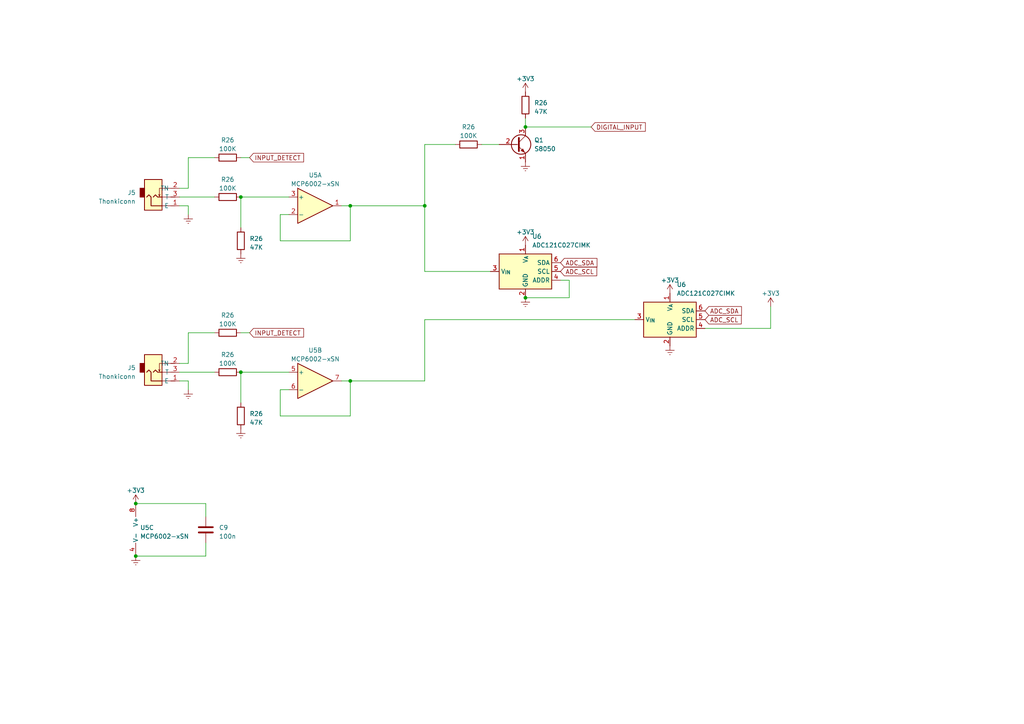
<source format=kicad_sch>
(kicad_sch (version 20230121) (generator eeschema)
  (paper "A4")
  (lib_symbols
    (symbol "Amplifier_Operational:MCP6002-xSN" (pin_names (offset 0.127))
      (property "Reference" "U" (at 0 5.08 0))
      (property "Value" "MCP6002-xSN" (at 0 -5.08 0))
      (symbol "MCP6002-xSN_1_1"
        (polyline (pts (xy -5.08 5.08) (xy 5.08 0) (xy -5.08 -5.08) (xy -5.08 5.08)) (stroke (width 0.254)) (fill (type background)))
        (pin output line (at 7.62 0 180) (length 2.54) (name "~") (number "1"))
        (pin input line (at -7.62 -2.54 0) (length 2.54) (name "-") (number "2"))
        (pin input line (at -7.62 2.54 0) (length 2.54) (name "+") (number "3"))
      )
      (symbol "MCP6002-xSN_2_1"
        (polyline (pts (xy -5.08 5.08) (xy 5.08 0) (xy -5.08 -5.08) (xy -5.08 5.08)) (stroke (width 0.254)) (fill (type background)))
        (pin input line (at -7.62 2.54 0) (length 2.54) (name "+") (number "5"))
        (pin input line (at -7.62 -2.54 0) (length 2.54) (name "-") (number "6"))
        (pin output line (at 7.62 0 180) (length 2.54) (name "~") (number "7"))
      )
      (symbol "MCP6002-xSN_3_1"
        (pin power_in line (at -2.54 -7.62 90) (length 3.81) (name "V-") (number "4"))
        (pin power_in line (at -2.54 7.62 270) (length 3.81) (name "V+") (number "8"))
      )
    )
    (symbol "Analog_ADC:ADC101C021CIMK"
      (property "Reference" "U" (at 3.81 11.43 0))
      (property "Value" "ADC101C021CIMK" (at 11.43 8.89 0))
      (symbol "ADC101C021CIMK_0_1"
        (rectangle (start -7.62 5.08) (end 7.62 -5.08) (stroke (width 0.254)) (fill (type background)))
      )
      (symbol "ADC101C021CIMK_1_1"
        (pin power_in line (at 0 7.62 270) (length 2.54) (name "V_{A}") (number "1"))
        (pin power_in line (at 0 -7.62 90) (length 2.54) (name "GND") (number "2"))
        (pin input line (at -10.16 0 0) (length 2.54) (name "V_{IN}") (number "3"))
        (pin input line (at 10.16 -2.54 180) (length 2.54) (name "ADDR") (number "4"))
        (pin input line (at 10.16 0 180) (length 2.54) (name "SCL") (number "5"))
        (pin bidirectional line (at 10.16 2.54 180) (length 2.54) (name "SDA") (number "6"))
      )
    )
    (symbol "Device:C" (pin_numbers hide) (pin_names (offset 0.254))
      (property "Reference" "C" (at 0.635 2.54 0))
      (property "Value" "C" (at 0.635 -2.54 0))
      (symbol "C_0_1"
        (polyline (pts (xy -2.032 -0.762) (xy 2.032 -0.762)) (stroke (width 0.508)))
        (polyline (pts (xy -2.032 0.762) (xy 2.032 0.762)) (stroke (width 0.508)))
      )
      (symbol "C_1_1"
        (pin passive line (at 0 3.81 270) (length 2.794) (name "~") (number "1"))
        (pin passive line (at 0 -3.81 90) (length 2.794) (name "~") (number "2"))
      )
    )
    (symbol "Device:R" (pin_numbers hide) (pin_names (offset 0))
      (property "Reference" "R" (at 2.032 0 90))
      (property "Value" "R" (at 0 0 90))
      (symbol "R_0_1"
        (rectangle (start -1.016 -2.54) (end 1.016 2.54) (stroke (width 0.254)))
      )
      (symbol "R_1_1"
        (pin passive line (at 0 3.81 270) (length 1.27) (name "~") (number "1"))
        (pin passive line (at 0 -3.81 90) (length 1.27) (name "~") (number "2"))
      )
    )
    (symbol "Eurorack:Thonkiconn_Mono_Jack"
      (property "Reference" "J" (at 0 1.27 0))
      (property "Value" "Thonkiconn_Mono_Jack" (at 10.16 3.81 0))
      (symbol "Thonkiconn_Mono_Jack_0_1"
        (rectangle (start -1.27 -2.54) (end 0 -5.08) (stroke (width 0.254)) (fill (type outline)))
        (polyline (pts (xy 4.318 -4.826) (xy 4.572 -4.318)))
        (polyline (pts (xy 8.89 -7.62) (xy 5.08 -7.62)))
        (polyline (pts (xy 8.89 -5.08) (xy 5.08 -5.08)))
        (polyline (pts (xy 2.54 -5.08) (xy 3.175 -4.445) (xy 3.81 -5.08) (xy 5.08 -5.08)) (stroke (width 0.254)))
        (polyline (pts (xy 8.89 -2.54) (xy 4.318 -2.54) (xy 4.318 -4.826) (xy 4.064 -4.318)))
        (polyline (pts (xy 5.08 -7.62) (xy 1.905 -7.62) (xy 1.905 -5.08) (xy 1.27 -4.445) (xy 0.635 -5.08)) (stroke (width 0.254)))
        (rectangle (start 0 0) (end 5.08 -8.89) (stroke (width 0.254)) (fill (type background)))
      )
      (symbol "Thonkiconn_Mono_Jack_1_1"
        (pin passive line (at 10.16 -7.62 180) (length 2.54) (name "E") (number "1"))
        (pin passive line (at 10.16 -2.54 180) (length 2.54) (name "TN") (number "2"))
        (pin passive line (at 10.16 -5.08 180) (length 2.54) (name "T") (number "3"))
      )
    )
    (symbol "Transistor_BJT:S8050" (pin_names (offset 0) hide)
      (property "Reference" "Q" (at 5.08 1.905 0))
      (property "Value" "S8050" (at 5.08 0 0))
      (symbol "S8050_0_1"
        (polyline (pts (xy 0 0) (xy 0.635 0)))
        (polyline (pts (xy 0.635 0.635) (xy 2.54 2.54)))
        (polyline (pts (xy 0.635 -0.635) (xy 2.54 -2.54) (xy 2.54 -2.54)))
        (polyline (pts (xy 0.635 1.905) (xy 0.635 -1.905) (xy 0.635 -1.905)) (stroke (width 0.508)))
        (polyline (pts (xy 1.27 -1.778) (xy 1.778 -1.27) (xy 2.286 -2.286) (xy 1.27 -1.778) (xy 1.27 -1.778)) (fill (type outline)))
        (circle (center 1.27 0) (radius 2.8194) (stroke (width 0.254)))
      )
      (symbol "S8050_1_1"
        (pin passive line (at 2.54 -5.08 90) (length 2.54) (name "E") (number "1"))
        (pin input line (at -5.08 0 0) (length 5.08) (name "B") (number "2"))
        (pin passive line (at 2.54 5.08 270) (length 2.54) (name "C") (number "3"))
      )
    )
    (symbol "power:+3V3" (power) (pin_names (offset 0))
      (property "Value" "+3V3" (at 0 3.556 0))
      (symbol "+3V3_0_1"
        (polyline (pts (xy -0.762 1.27) (xy 0 2.54)))
        (polyline (pts (xy 0 0) (xy 0 2.54)))
        (polyline (pts (xy 0 2.54) (xy 0.762 1.27)))
      )
      (symbol "+3V3_1_1"
        (pin power_in line (at 0 0 90) (length 0) hide (name "+3V3") (number "1"))
      )
    )
    (symbol "power:Earth" (power) (pin_names (offset 0))
      (symbol "Earth_0_1"
        (polyline (pts (xy -0.635 -1.905) (xy 0.635 -1.905)))
        (polyline (pts (xy -0.127 -2.54) (xy 0.127 -2.54)))
        (polyline (pts (xy 0 -1.27) (xy 0 0)))
        (polyline (pts (xy 1.27 -1.27) (xy -1.27 -1.27)))
      )
      (symbol "Earth_1_1"
        (pin power_in line (at 0 0 270) (length 0) hide (name "Earth") (number "1"))
      )
    )
  )
  (junction (at 101.6 59.69))
  (junction (at 123.19 59.69))
  (junction (at 152.4 36.83))
  (junction (at 69.85 57.15))
  (junction (at 69.85 107.95))
  (junction (at 101.6 110.49))
  (junction (at 39.37 161.29))
  (junction (at 152.4 86.36))
  (junction (at 39.37 146.05))
  (wire (pts (xy 72.39 96.52) (xy 69.85 96.52)))
  (wire (pts (xy 72.39 45.72) (xy 69.85 45.72)))
  (wire (pts (xy 132.08 41.91) (xy 123.19 41.91)))
  (wire (pts (xy 54.61 110.49) (xy 54.61 113.03)))
  (wire (pts (xy 52.07 105.41) (xy 54.61 105.41)))
  (wire (pts (xy 54.61 45.72) (xy 62.23 45.72)))
  (wire (pts (xy 69.85 107.95) (xy 83.82 107.95)))
  (wire (pts (xy 69.85 66.04) (xy 69.85 57.15)))
  (wire (pts (xy 101.6 110.49) (xy 99.06 110.49)))
  (wire (pts (xy 81.28 69.85) (xy 101.6 69.85)))
  (wire (pts (xy 59.69 149.86) (xy 59.69 146.05)))
  (wire (pts (xy 223.52 88.9) (xy 223.52 95.25)))
  (wire (pts (xy 54.61 105.41) (xy 54.61 96.52)))
  (wire (pts (xy 81.28 62.23) (xy 81.28 69.85)))
  (wire (pts (xy 83.82 62.23) (xy 81.28 62.23)))
  (wire (pts (xy 52.07 110.49) (xy 54.61 110.49)))
  (wire (pts (xy 59.69 161.29) (xy 59.69 157.48)))
  (wire (pts (xy 101.6 59.69) (xy 99.06 59.69)))
  (wire (pts (xy 101.6 110.49) (xy 123.19 110.49)))
  (wire (pts (xy 52.07 59.69) (xy 54.61 59.69)))
  (wire (pts (xy 123.19 78.74) (xy 142.24 78.74)))
  (wire (pts (xy 101.6 69.85) (xy 101.6 59.69)))
  (wire (pts (xy 101.6 59.69) (xy 123.19 59.69)))
  (wire (pts (xy 39.37 161.29) (xy 59.69 161.29)))
  (wire (pts (xy 52.07 57.15) (xy 62.23 57.15)))
  (wire (pts (xy 59.69 146.05) (xy 39.37 146.05)))
  (wire (pts (xy 69.85 57.15) (xy 83.82 57.15)))
  (wire (pts (xy 165.1 81.28) (xy 165.1 86.36)))
  (wire (pts (xy 123.19 78.74) (xy 123.19 59.69)))
  (wire (pts (xy 165.1 86.36) (xy 152.4 86.36)))
  (wire (pts (xy 101.6 120.65) (xy 101.6 110.49)))
  (wire (pts (xy 81.28 120.65) (xy 101.6 120.65)))
  (wire (pts (xy 81.28 113.03) (xy 81.28 120.65)))
  (wire (pts (xy 162.56 81.28) (xy 165.1 81.28)))
  (wire (pts (xy 123.19 92.71) (xy 123.19 110.49)))
  (wire (pts (xy 54.61 54.61) (xy 54.61 45.72)))
  (wire (pts (xy 152.4 36.83) (xy 171.45 36.83)))
  (wire (pts (xy 123.19 92.71) (xy 184.15 92.71)))
  (wire (pts (xy 83.82 113.03) (xy 81.28 113.03)))
  (wire (pts (xy 69.85 116.84) (xy 69.85 107.95)))
  (wire (pts (xy 52.07 54.61) (xy 54.61 54.61)))
  (wire (pts (xy 204.47 95.25) (xy 223.52 95.25)))
  (wire (pts (xy 54.61 59.69) (xy 54.61 62.23)))
  (wire (pts (xy 139.7 41.91) (xy 144.78 41.91)))
  (wire (pts (xy 52.07 107.95) (xy 62.23 107.95)))
  (wire (pts (xy 152.4 34.29) (xy 152.4 36.83)))
  (wire (pts (xy 54.61 96.52) (xy 62.23 96.52)))
  (wire (pts (xy 123.19 41.91) (xy 123.19 59.69)))
  (global_label "INPUT_DETECT" (shape input) (at 72.39 96.52 0) (property "Intersheetrefs" "${INTERSHEET_REFS}" (effects hide)))
  (global_label "ADC_SDA" (shape input) (at 204.47 90.17 0) (property "Intersheetrefs" "${INTERSHEET_REFS}" (effects hide)))
  (global_label "ADC_SCL" (shape input) (at 162.56 78.74 0) (property "Intersheetrefs" "${INTERSHEET_REFS}" (effects hide)))
  (global_label "ADC_SDA" (shape input) (at 162.56 76.2 0) (property "Intersheetrefs" "${INTERSHEET_REFS}" (effects hide)))
  (global_label "ADC_SCL" (shape input) (at 204.47 92.71 0) (property "Intersheetrefs" "${INTERSHEET_REFS}" (effects hide)))
  (global_label "DIGITAL_INPUT" (shape input) (at 171.45 36.83 0) (property "Intersheetrefs" "${INTERSHEET_REFS}" (effects hide)))
  (global_label "INPUT_DETECT" (shape input) (at 72.39 45.72 0) (property "Intersheetrefs" "${INTERSHEET_REFS}" (effects hide)))
  (symbol (lib_id "Transistor_BJT:S8050") (at 149.86 41.91 0) (unit 1)
    (property "Reference" "Q1" (at 154.94 40.64 0) (effects (justify left)))
    (property "Value" "S8050" (at 154.94 43.18 0) (effects (justify left)))
    (property "Footprint" "Package_TO_SOT_SMD:SOT-23" (effects hide))
    (property "Datasheet" "http://www.unisonic.com.tw/datasheet/S8050.pdf" (effects hide))
  )
  (symbol (lib_id "Device:C") (at 59.69 153.67 0) (unit 1)
    (property "Reference" "C9" (at 63.5 153.035 0) (effects (justify left)))
    (property "Value" "100n" (at 63.5 155.575 0) (effects (justify left)))
    (property "Footprint" "Capacitor_SMD:C_0402_1005Metric" (effects hide))
    (property "JLC" "C307331" (effects hide))
    (instances (project "EuroPi-LC" (path "" (reference "C9") (unit 1)) (path "" (reference "C24") (unit 1))) (project "EuroPi LC" (path "" (reference "C9") (unit 1))) (project "rp2040-core" (path "" (reference "C9") (unit 1))))
  )
  (symbol (lib_id "Device:R") (at 66.04 45.72 270) (unit 1)
    (property "Reference" "R26" (at 66.04 40.64 90))
    (property "Value" "100K" (at 66.04 43.18 90))
    (property "Footprint" "Resistor_SMD:R_0402_1005Metric" (effects hide))
    (property "JLC" "C25741" (effects hide))
    (instances (project "EuroPi-LC" (path "" (reference "R26") (unit 1)) (path "" (reference "R30") (unit 1))) (project "EuroPi LC" (path "" (reference "R21") (unit 1))) (project "rp2040-core" (path "" (reference "R5") (unit 1))))
  )
  (symbol (lib_id "power:+3V3") (at 194.31 85.09 0) (unit 1)
    (property "Reference" "#PWR041" (effects hide))
    (property "Value" "+3V3" (at 194.31 81.28 0))
  )
  (symbol (lib_id "power:Earth") (at 39.37 161.29 0) (mirror y) (unit 1)
    (property "Reference" "#PWR059" (effects hide))
    (property "Value" "Earth" (effects hide))
    (instances (project "EuroPi-LC" (path "" (reference "#PWR059") (unit 1)) (path "" (reference "#PWR065") (unit 1))) (project "EuroPi LC" (path "" (reference "#PWR026") (unit 1))))
  )
  (symbol (lib_id "power:+3V3") (at 152.4 71.12 0) (unit 1)
    (property "Reference" "#PWR041" (effects hide))
    (property "Value" "+3V3" (at 152.4 67.31 0))
    (instances (project "EuroPi LC" (path "" (reference "#PWR041") (unit 1)) (path "" (reference "#PWR033") (unit 1))))
  )
  (symbol (lib_id "Analog_ADC:ADC101C021CIMK") (at 152.4 78.74 0) (unit 1)
    (property "Reference" "U6" (at 154.3559 68.58 0) (effects (justify left)))
    (property "Value" "ADC121C027CIMK" (at 154.3559 71.12 0) (effects (justify left)))
    (property "Footprint" "Package_TO_SOT_SMD:TSOT-23-6" (effects hide))
    (property "Datasheet" "https://www.ti.com/lit/ds/symlink/adc101c021.pdf" (effects hide))
  )
  (symbol (lib_id "Device:R") (at 69.85 120.65 0) (unit 1)
    (property "Reference" "R26" (at 72.39 120.015 0) (effects (justify left)))
    (property "Value" "47K" (at 72.39 122.555 0) (effects (justify left)))
    (property "Footprint" "Resistor_SMD:R_0402_1005Metric" (effects hide))
    (property "JLC" "C25792" (effects hide))
    (instances (project "EuroPi-LC" (path "" (reference "R26") (unit 1)) (path "" (reference "R29") (unit 1))) (project "EuroPi LC" (path "" (reference "R26") (unit 1))) (project "rp2040-core" (path "" (reference "R5") (unit 1))))
  )
  (symbol (lib_id "Amplifier_Operational:MCP6002-xSN") (at 41.91 153.67 0) (unit 3)
    (property "Reference" "U5" (at 40.64 153.035 0) (effects (justify left)))
    (property "Value" "MCP6002-xSN" (at 40.64 155.575 0) (effects (justify left)))
    (property "Footprint" "Package_SO:SOIC-8_3.9x4.9mm_P1.27mm" (effects hide))
    (property "Datasheet" "http://ww1.microchip.com/downloads/en/DeviceDoc/21733j.pdf" (effects hide))
    (instances (project "EuroPi-LC" (path "" (reference "U5") (unit 3))) (project "EuroPi LC" (path "" (reference "U2") (unit 3))))
  )
  (symbol (lib_id "power:+3V3") (at 152.4 26.67 0) (unit 1)
    (property "Reference" "#PWR041" (effects hide))
    (property "Value" "+3V3" (at 152.4 22.86 0))
    (instances (project "EuroPi LC" (path "" (reference "#PWR041") (unit 1)) (path "" (reference "#PWR047") (unit 1))))
  )
  (symbol (lib_id "power:Earth") (at 69.85 124.46 0) (mirror y) (unit 1)
    (property "Reference" "#PWR059" (effects hide))
    (property "Value" "Earth" (effects hide))
    (instances (project "EuroPi-LC" (path "" (reference "#PWR059") (unit 1)) (path "" (reference "#PWR069") (unit 1))) (project "EuroPi LC" (path "" (reference "#PWR030") (unit 1))))
  )
  (symbol (lib_id "Eurorack:Thonkiconn_Mono_Jack") (at 41.91 102.87 0) (unit 1)
    (property "Reference" "J5" (at 39.37 106.68 0) (effects (justify right)))
    (property "Value" "Thonkiconn" (at 39.37 109.22 0) (effects (justify right)))
    (property "Footprint" "Eurorack:Thonkiconn Mono Jack" (effects hide))
    (instances (project "EuroPi-LC" (path "" (reference "J5") (unit 1)) (path "" (reference "J7") (unit 1))) (project "EuroPi LC" (path "" (reference "J9") (unit 1))))
  )
  (symbol (lib_id "power:Earth") (at 152.4 46.99 0) (mirror y) (unit 1)
    (property "Reference" "#PWR059" (effects hide))
    (property "Value" "Earth" (effects hide))
    (instances (project "EuroPi-LC" (path "" (reference "#PWR059") (unit 1)) (path "" (reference "#PWR068") (unit 1))) (project "EuroPi LC" (path "" (reference "#PWR048") (unit 1))))
  )
  (symbol (lib_id "Device:R") (at 66.04 57.15 270) (unit 1)
    (property "Reference" "R26" (at 66.04 52.07 90))
    (property "Value" "100K" (at 66.04 54.61 90))
    (property "Footprint" "Resistor_SMD:R_0402_1005Metric" (effects hide))
    (property "JLC" "C25741" (effects hide))
    (instances (project "EuroPi-LC" (path "" (reference "R26") (unit 1)) (path "" (reference "R26") (unit 1))) (project "EuroPi LC" (path "" (reference "R22") (unit 1))) (project "rp2040-core" (path "" (reference "R5") (unit 1))))
  )
  (symbol (lib_id "Amplifier_Operational:MCP6002-xSN") (at 91.44 59.69 0) (unit 1)
    (property "Reference" "U5" (at 91.44 50.8 0))
    (property "Value" "MCP6002-xSN" (at 91.44 53.34 0))
    (property "Footprint" "Package_SO:SOIC-8_3.9x4.9mm_P1.27mm" (effects hide))
    (property "Datasheet" "http://ww1.microchip.com/downloads/en/DeviceDoc/21733j.pdf" (effects hide))
    (instances (project "EuroPi-LC" (path "" (reference "U5") (unit 1))) (project "EuroPi LC" (path "" (reference "U2") (unit 1))))
  )
  (symbol (lib_id "power:Earth") (at 152.4 86.36 0) (unit 1)
    (property "Reference" "#PWR040" (effects hide))
    (property "Value" "Earth" (effects hide))
    (instances (project "EuroPi LC" (path "" (reference "#PWR040") (unit 1)) (path "" (reference "#PWR034") (unit 1))))
  )
  (symbol (lib_id "power:Earth") (at 69.85 73.66 0) (mirror y) (unit 1)
    (property "Reference" "#PWR059" (effects hide))
    (property "Value" "Earth" (effects hide))
    (instances (project "EuroPi-LC" (path "" (reference "#PWR059") (unit 1)) (path "" (reference "#PWR068") (unit 1))) (project "EuroPi LC" (path "" (reference "#PWR029") (unit 1))))
  )
  (symbol (lib_id "power:+3V3") (at 223.52 88.9 0) (unit 1)
    (property "Reference" "#PWR041" (effects hide))
    (property "Value" "+3V3" (at 223.52 85.09 0))
    (instances (project "EuroPi LC" (path "" (reference "#PWR041") (unit 1)) (path "" (reference "#PWR040") (unit 1))))
  )
  (symbol (lib_id "Device:R") (at 66.04 96.52 270) (unit 1)
    (property "Reference" "R26" (at 66.04 91.44 90))
    (property "Value" "100K" (at 66.04 93.98 90))
    (property "Footprint" "Resistor_SMD:R_0402_1005Metric" (effects hide))
    (property "JLC" "C25741" (effects hide))
    (instances (project "EuroPi-LC" (path "" (reference "R26") (unit 1)) (path "" (reference "R31") (unit 1))) (project "EuroPi LC" (path "" (reference "R23") (unit 1))) (project "rp2040-core" (path "" (reference "R5") (unit 1))))
  )
  (symbol (lib_id "Eurorack:Thonkiconn_Mono_Jack") (at 41.91 52.07 0) (unit 1)
    (property "Reference" "J5" (at 39.37 55.88 0) (effects (justify right)))
    (property "Value" "Thonkiconn" (at 39.37 58.42 0) (effects (justify right)))
    (property "Footprint" "Eurorack:Thonkiconn Mono Jack" (effects hide))
    (instances (project "EuroPi-LC" (path "" (reference "J5") (unit 1)) (path "" (reference "J6") (unit 1))) (project "EuroPi LC" (path "" (reference "J8") (unit 1))))
  )
  (symbol (lib_id "power:+3V3") (at 39.37 146.05 0) (unit 1)
    (property "Reference" "#PWR064" (effects hide))
    (property "Value" "+3V3" (at 39.37 142.24 0))
    (instances (project "EuroPi-LC" (path "" (reference "#PWR064") (unit 1))) (project "EuroPi LC" (path "" (reference "#PWR025") (unit 1))))
  )
  (symbol (lib_id "Device:R") (at 135.89 41.91 270) (unit 1)
    (property "Reference" "R26" (at 135.89 36.83 90))
    (property "Value" "100K" (at 135.89 39.37 90))
    (property "Footprint" "Resistor_SMD:R_0402_1005Metric" (effects hide))
    (property "JLC" "C25741" (effects hide))
    (instances (project "EuroPi-LC" (path "" (reference "R26") (unit 1)) (path "" (reference "R26") (unit 1))) (project "EuroPi LC" (path "" (reference "R28") (unit 1))) (project "rp2040-core" (path "" (reference "R5") (unit 1))))
  )
  (symbol (lib_id "Device:R") (at 69.85 69.85 0) (unit 1)
    (property "Reference" "R26" (at 72.39 69.215 0) (effects (justify left)))
    (property "Value" "47K" (at 72.39 71.755 0) (effects (justify left)))
    (property "Footprint" "Resistor_SMD:R_0402_1005Metric" (effects hide))
    (property "JLC" "C25792" (effects hide))
    (instances (project "EuroPi-LC" (path "" (reference "R26") (unit 1)) (path "" (reference "R28") (unit 1))) (project "EuroPi LC" (path "" (reference "R25") (unit 1))) (project "rp2040-core" (path "" (reference "R5") (unit 1))))
  )
  (symbol (lib_id "Device:R") (at 152.4 30.48 0) (unit 1)
    (property "Reference" "R26" (at 154.94 29.845 0) (effects (justify left)))
    (property "Value" "47K" (at 154.94 32.385 0) (effects (justify left)))
    (property "Footprint" "Resistor_SMD:R_0402_1005Metric" (effects hide))
    (property "JLC" "C25792" (effects hide))
    (instances (project "EuroPi-LC" (path "" (reference "R26") (unit 1)) (path "" (reference "R28") (unit 1))) (project "EuroPi LC" (path "" (reference "R29") (unit 1))) (project "rp2040-core" (path "" (reference "R5") (unit 1))))
  )
  (symbol (lib_id "power:Earth") (at 54.61 62.23 0) (mirror y) (unit 1)
    (property "Reference" "#PWR059" (effects hide))
    (property "Value" "Earth" (effects hide))
    (instances (project "EuroPi-LC" (path "" (reference "#PWR059") (unit 1)) (path "" (reference "#PWR066") (unit 1))) (project "EuroPi LC" (path "" (reference "#PWR027") (unit 1))))
  )
  (symbol (lib_id "Analog_ADC:ADC101C021CIMK") (at 194.31 92.71 0) (unit 1)
    (property "Reference" "U6" (at 196.2659 82.55 0) (effects (justify left)))
    (property "Value" "ADC121C027CIMK" (at 196.2659 85.09 0) (effects (justify left)))
    (property "Footprint" "Package_TO_SOT_SMD:TSOT-23-6" (effects hide))
    (property "Datasheet" "https://www.ti.com/lit/ds/symlink/adc101c021.pdf" (effects hide))
    (instances (project "EuroPi LC" (path "" (reference "U6") (unit 1)) (path "" (reference "U5") (unit 1))))
  )
  (symbol (lib_id "Device:R") (at 66.04 107.95 270) (unit 1)
    (property "Reference" "R26" (at 66.04 102.87 90))
    (property "Value" "100K" (at 66.04 105.41 90))
    (property "Footprint" "Resistor_SMD:R_0402_1005Metric" (effects hide))
    (property "JLC" "C25741" (effects hide))
    (instances (project "EuroPi-LC" (path "" (reference "R26") (unit 1)) (path "" (reference "R27") (unit 1))) (project "EuroPi LC" (path "" (reference "R24") (unit 1))) (project "rp2040-core" (path "" (reference "R5") (unit 1))))
  )
  (symbol (lib_id "power:Earth") (at 54.61 113.03 0) (mirror y) (unit 1)
    (property "Reference" "#PWR059" (effects hide))
    (property "Value" "Earth" (effects hide))
    (instances (project "EuroPi-LC" (path "" (reference "#PWR059") (unit 1)) (path "" (reference "#PWR067") (unit 1))) (project "EuroPi LC" (path "" (reference "#PWR028") (unit 1))))
  )
  (symbol (lib_id "Amplifier_Operational:MCP6002-xSN") (at 91.44 110.49 0) (unit 2)
    (property "Reference" "U5" (at 91.44 101.6 0))
    (property "Value" "MCP6002-xSN" (at 91.44 104.14 0))
    (property "Footprint" "Package_SO:SOIC-8_3.9x4.9mm_P1.27mm" (effects hide))
    (property "Datasheet" "http://ww1.microchip.com/downloads/en/DeviceDoc/21733j.pdf" (effects hide))
    (instances (project "EuroPi-LC" (path "" (reference "U5") (unit 2))) (project "EuroPi LC" (path "" (reference "U2") (unit 2))))
  )
  (symbol (lib_id "power:Earth") (at 194.31 100.33 0) (unit 1)
    (property "Reference" "#PWR040" (effects hide))
    (property "Value" "Earth" (effects hide))
    (instances (project "EuroPi LC" (path "" (reference "#PWR040") (unit 1)) (path "" (reference "#PWR032") (unit 1))))
  )
)
</source>
